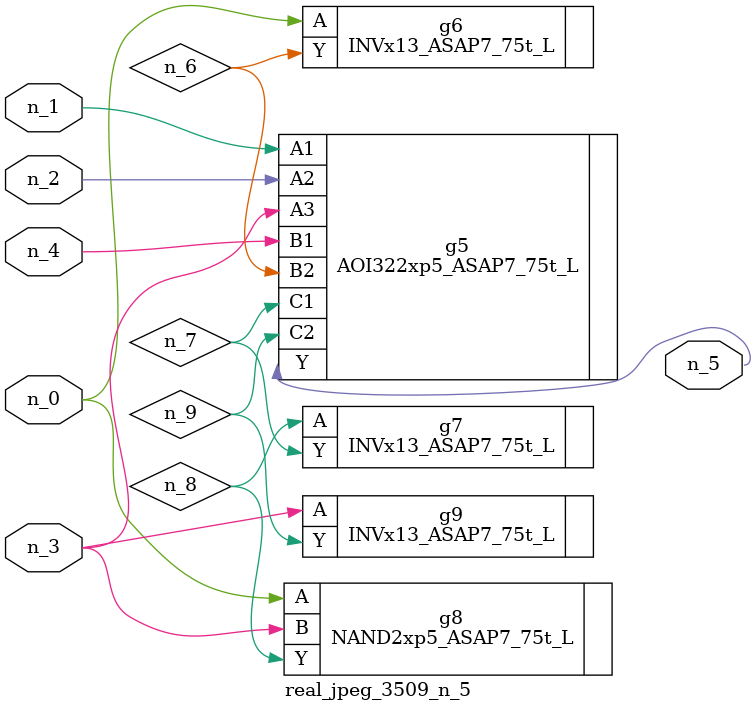
<source format=v>
module real_jpeg_3509_n_5 (n_4, n_0, n_1, n_2, n_3, n_5);

input n_4;
input n_0;
input n_1;
input n_2;
input n_3;

output n_5;

wire n_8;
wire n_6;
wire n_7;
wire n_9;

INVx13_ASAP7_75t_L g6 ( 
.A(n_0),
.Y(n_6)
);

NAND2xp5_ASAP7_75t_L g8 ( 
.A(n_0),
.B(n_3),
.Y(n_8)
);

AOI322xp5_ASAP7_75t_L g5 ( 
.A1(n_1),
.A2(n_2),
.A3(n_3),
.B1(n_4),
.B2(n_6),
.C1(n_7),
.C2(n_9),
.Y(n_5)
);

INVx13_ASAP7_75t_L g9 ( 
.A(n_3),
.Y(n_9)
);

INVx13_ASAP7_75t_L g7 ( 
.A(n_8),
.Y(n_7)
);


endmodule
</source>
